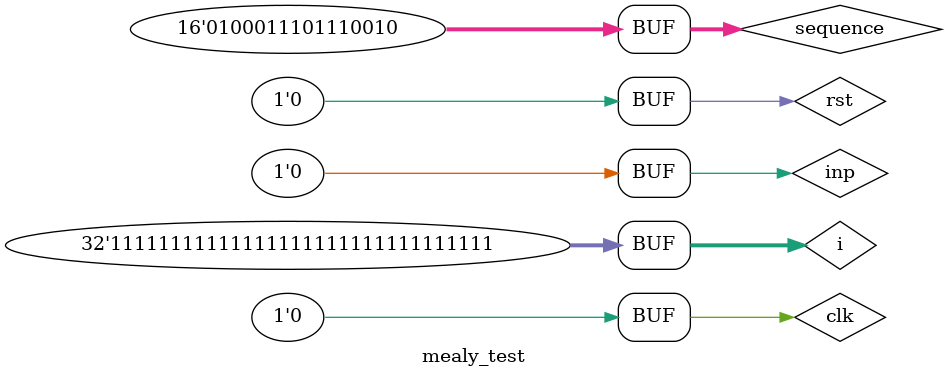
<source format=v>
module mealy( clk, rst, inp, outp);
input clk, rst, inp;
output outp;
reg [1:0] state;
reg outp;
always @( posedge clk, posedge rst ) begin
if( rst ) begin
state <= 2'b00;
outp <= 0;
end
else begin
case( state )
2'b00: begin
if( inp ) begin
state <= 2'b01;
outp <= 0;
end
else begin
state <= 2'b10;
outp <= 0;
end
end
2'b01: begin
if( inp ) begin
state <= 2'b00;
outp <= 1;
end
else begin
state <= 2'b10;
outp <= 0;
end
end
2'b10: begin
if( inp ) begin
state <= 2'b01;
outp <= 0;
end
else begin
state <= 2'b00;
outp <= 1;
end
end

default: begin
state <= 2'b00;
outp <= 0;
end
endcase
end
end
endmodule

// Test Bench
module mealy_test;
reg clk, rst, inp;
wire outp;
reg[15:0] sequence;
integer i;
mealy duty( clk, rst, inp, outp);
initial
begin
clk = 0;
rst = 1;
sequence = 16'b0100_0111_0111_0010;
#5 rst = 0;
for( i = 15; i >=0 ; i = i - 1)
begin
inp = sequence[i];
#2 clk = 1;
#2 clk = 0;
$display("State = ", duty.state, " Input = ", inp, ", Output = ", outp);
end
// testing;
end

// task testing;
// for( i = 0; i <= 15; i = i + 1)
// begin
// inp = $random % 2;
// #2 clk = 1;
// #2 clk = 0;
// $display("State = ", duty.state, " Input = ", inp, ", Output =", outp);
// end
// endtask
endmodule

</source>
